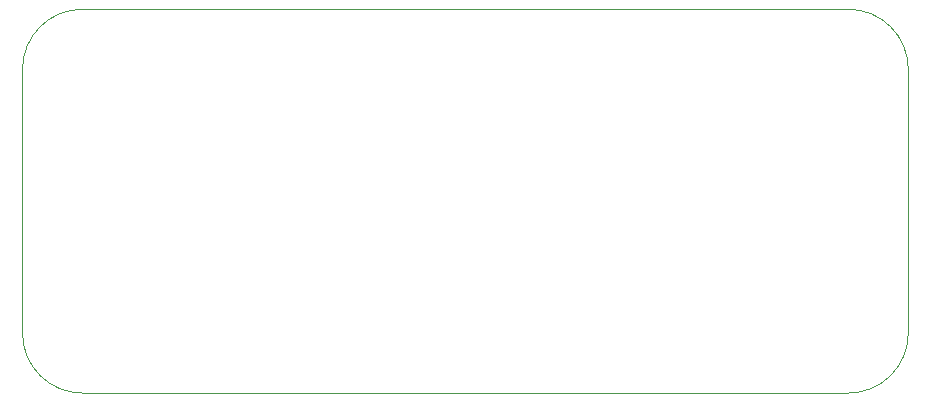
<source format=gbr>
%TF.GenerationSoftware,KiCad,Pcbnew,8.0.1-rc1*%
%TF.CreationDate,2024-04-18T22:24:46-05:00*%
%TF.ProjectId,Emotion LED,456d6f74-696f-46e2-904c-45442e6b6963,rev?*%
%TF.SameCoordinates,Original*%
%TF.FileFunction,Profile,NP*%
%FSLAX46Y46*%
G04 Gerber Fmt 4.6, Leading zero omitted, Abs format (unit mm)*
G04 Created by KiCad (PCBNEW 8.0.1-rc1) date 2024-04-18 22:24:46*
%MOMM*%
%LPD*%
G01*
G04 APERTURE LIST*
%TA.AperFunction,Profile*%
%ADD10C,0.050000*%
%TD*%
G04 APERTURE END LIST*
D10*
X105420000Y-58000000D02*
X40580000Y-58000000D01*
X110500000Y-30580000D02*
X110500000Y-52920000D01*
X40580000Y-25500000D02*
X105420000Y-25500000D01*
X35500000Y-52920000D02*
X35500000Y-30580000D01*
X110500000Y-52920000D02*
G75*
G02*
X105420000Y-58000000I-5080000J0D01*
G01*
X105420000Y-25500000D02*
G75*
G02*
X110500000Y-30580000I0J-5080000D01*
G01*
X40580000Y-58000000D02*
G75*
G02*
X35500000Y-52920000I0J5080000D01*
G01*
X35500000Y-30580000D02*
G75*
G02*
X40580000Y-25500000I5080000J0D01*
G01*
M02*

</source>
